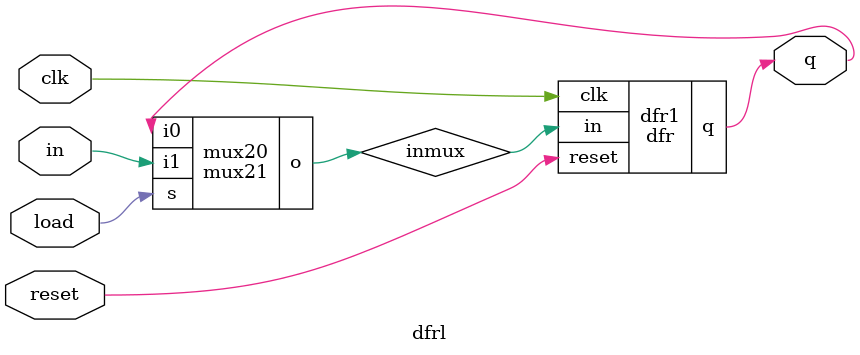
<source format=v>
module and2 (input wire i0, i1, output wire o);
  assign o = i0 & i1;
endmodule

module invert (input wire i, output wire o);
  assign o = !i;
endmodule

module mux21 (input wire i0, i1, s, output wire o);
  assign o = (s==0) ? i0 : i1;
endmodule

module df (input wire clk, in, output wire q);
  reg dfout;
  always @(posedge clk) 
  dfout <= in;
  assign q = dfout;
endmodule

module dfr (input wire clk, reset, in, output wire q); 
  wire resetn, dfin;
  invert invert0 (reset, resetn);
  and2 and20 (in, resetn, dfin);
  df df0 (clk, dfin, q);
endmodule

module dfrl (input wire clk, reset, load, in, output wire q);
  wire inmux;
  mux21 mux20 (q, in, load, inmux);
  dfr dfr1 (clk, reset, inmux, q);
endmodule
</source>
